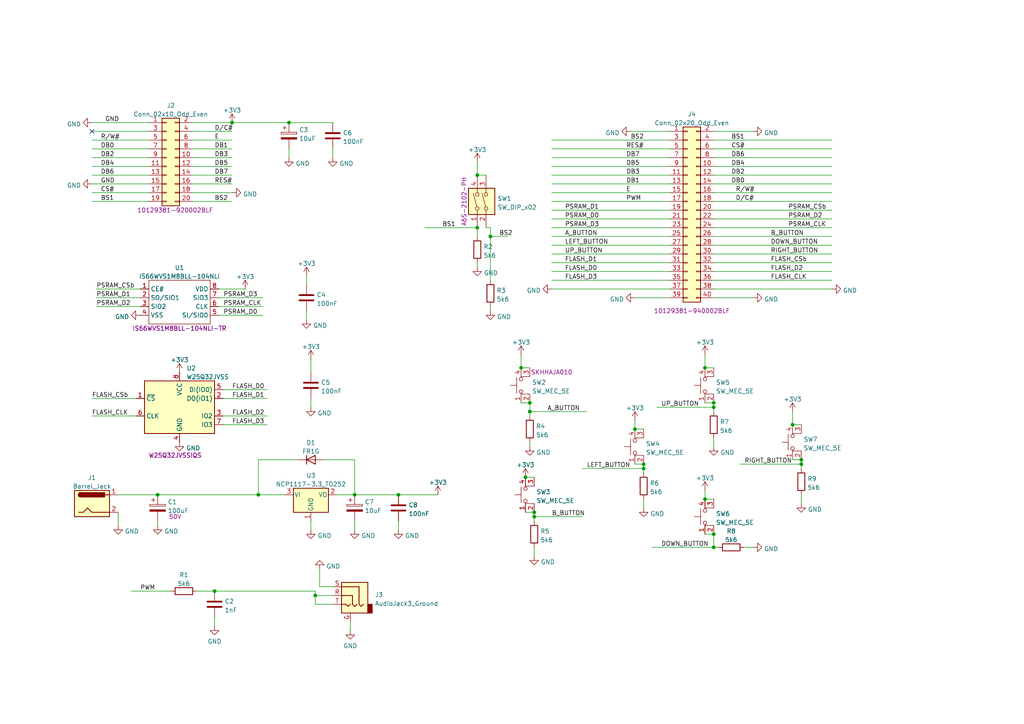
<source format=kicad_sch>
(kicad_sch (version 20211123) (generator eeschema)
  (paper "A4")
  (lib_symbols
    (symbol "Connector:AudioJack3_Ground"
      (property "Reference" "J" (at 0 8.89 0))
      (property "Value" "AudioJack3_Ground" (at 0 6.35 0))
      (symbol "AudioJack3_Ground_0_1"
        (rectangle (start -5.08 -2.54) (end -6.35 -5.08) (stroke (width 0.254)) (fill (type outline)))
        (polyline (pts (xy 0 -2.54) (xy 0.635 -3.175) (xy 1.27 -2.54) (xy 2.54 -2.54)) (stroke (width 0.254)))
        (polyline (pts (xy -1.905 -2.54) (xy -1.27 -3.175) (xy -0.635 -2.54) (xy -0.635 0) (xy 2.54 0)) (stroke (width 0.254)))
        (polyline (pts (xy 2.54 2.54) (xy -2.54 2.54) (xy -2.54 -2.54) (xy -3.175 -3.175) (xy -3.81 -2.54)) (stroke (width 0.254)))
        (rectangle (start 2.54 3.81) (end -5.08 -5.08) (stroke (width 0.254)) (fill (type background)))
      )
      (symbol "AudioJack3_Ground_1_1"
        (pin passive line (at 0 -7.62 90) (length 2.54) (name "~") (number "G"))
        (pin passive line (at 5.08 0 180) (length 2.54) (name "~") (number "R"))
        (pin passive line (at 5.08 2.54 180) (length 2.54) (name "~") (number "S"))
        (pin passive line (at 5.08 -2.54 180) (length 2.54) (name "~") (number "T"))
      )
    )
    (symbol "Connector:Barrel_Jack" (pin_names (offset 1.016))
      (property "Reference" "J" (at 0 5.334 0))
      (property "Value" "Barrel_Jack" (at 0 -5.08 0))
      (symbol "Barrel_Jack_0_1"
        (rectangle (start -5.08 3.81) (end 5.08 -3.81) (stroke (width 0.254)) (fill (type background)))
        (arc (start -3.302 3.175) (mid -3.937 2.54) (end -3.302 1.905) (stroke (width 0.254)))
        (arc (start -3.302 3.175) (mid -3.937 2.54) (end -3.302 1.905) (stroke (width 0.254)) (fill (type outline)))
        (polyline (pts (xy 5.08 2.54) (xy 3.81 2.54)) (stroke (width 0.254)))
        (polyline (pts (xy -3.81 -2.54) (xy -2.54 -2.54) (xy -1.27 -1.27) (xy 0 -2.54) (xy 2.54 -2.54) (xy 5.08 -2.54)) (stroke (width 0.254)))
        (rectangle (start 3.683 3.175) (end -3.302 1.905) (stroke (width 0.254)) (fill (type outline)))
      )
      (symbol "Barrel_Jack_1_1"
        (pin passive line (at 7.62 2.54 180) (length 2.54) (name "~") (number "1"))
        (pin passive line (at 7.62 -2.54 180) (length 2.54) (name "~") (number "2"))
      )
    )
    (symbol "Connector_Generic:Conn_02x10_Odd_Even" (pin_names (offset 1.016) hide)
      (property "Reference" "J" (at 1.27 12.7 0))
      (property "Value" "Conn_02x10_Odd_Even" (at 1.27 -15.24 0))
      (symbol "Conn_02x10_Odd_Even_1_1"
        (rectangle (start -1.27 -12.573) (end 0 -12.827) (stroke (width 0.1524)))
        (rectangle (start -1.27 -10.033) (end 0 -10.287) (stroke (width 0.1524)))
        (rectangle (start -1.27 -7.493) (end 0 -7.747) (stroke (width 0.1524)))
        (rectangle (start -1.27 -4.953) (end 0 -5.207) (stroke (width 0.1524)))
        (rectangle (start -1.27 -2.413) (end 0 -2.667) (stroke (width 0.1524)))
        (rectangle (start -1.27 0.127) (end 0 -0.127) (stroke (width 0.1524)))
        (rectangle (start -1.27 2.667) (end 0 2.413) (stroke (width 0.1524)))
        (rectangle (start -1.27 5.207) (end 0 4.953) (stroke (width 0.1524)))
        (rectangle (start -1.27 7.747) (end 0 7.493) (stroke (width 0.1524)))
        (rectangle (start -1.27 10.287) (end 0 10.033) (stroke (width 0.1524)))
        (rectangle (start -1.27 11.43) (end 3.81 -13.97) (stroke (width 0.254)) (fill (type background)))
        (rectangle (start 3.81 -12.573) (end 2.54 -12.827) (stroke (width 0.1524)))
        (rectangle (start 3.81 -10.033) (end 2.54 -10.287) (stroke (width 0.1524)))
        (rectangle (start 3.81 -7.493) (end 2.54 -7.747) (stroke (width 0.1524)))
        (rectangle (start 3.81 -4.953) (end 2.54 -5.207) (stroke (width 0.1524)))
        (rectangle (start 3.81 -2.413) (end 2.54 -2.667) (stroke (width 0.1524)))
        (rectangle (start 3.81 0.127) (end 2.54 -0.127) (stroke (width 0.1524)))
        (rectangle (start 3.81 2.667) (end 2.54 2.413) (stroke (width 0.1524)))
        (rectangle (start 3.81 5.207) (end 2.54 4.953) (stroke (width 0.1524)))
        (rectangle (start 3.81 7.747) (end 2.54 7.493) (stroke (width 0.1524)))
        (rectangle (start 3.81 10.287) (end 2.54 10.033) (stroke (width 0.1524)))
        (pin passive line (at -5.08 10.16 0) (length 3.81) (name "Pin_1") (number "1"))
        (pin passive line (at 7.62 0 180) (length 3.81) (name "Pin_10") (number "10"))
        (pin passive line (at -5.08 -2.54 0) (length 3.81) (name "Pin_11") (number "11"))
        (pin passive line (at 7.62 -2.54 180) (length 3.81) (name "Pin_12") (number "12"))
        (pin passive line (at -5.08 -5.08 0) (length 3.81) (name "Pin_13") (number "13"))
        (pin passive line (at 7.62 -5.08 180) (length 3.81) (name "Pin_14") (number "14"))
        (pin passive line (at -5.08 -7.62 0) (length 3.81) (name "Pin_15") (number "15"))
        (pin passive line (at 7.62 -7.62 180) (length 3.81) (name "Pin_16") (number "16"))
        (pin passive line (at -5.08 -10.16 0) (length 3.81) (name "Pin_17") (number "17"))
        (pin passive line (at 7.62 -10.16 180) (length 3.81) (name "Pin_18") (number "18"))
        (pin passive line (at -5.08 -12.7 0) (length 3.81) (name "Pin_19") (number "19"))
        (pin passive line (at 7.62 10.16 180) (length 3.81) (name "Pin_2") (number "2"))
        (pin passive line (at 7.62 -12.7 180) (length 3.81) (name "Pin_20") (number "20"))
        (pin passive line (at -5.08 7.62 0) (length 3.81) (name "Pin_3") (number "3"))
        (pin passive line (at 7.62 7.62 180) (length 3.81) (name "Pin_4") (number "4"))
        (pin passive line (at -5.08 5.08 0) (length 3.81) (name "Pin_5") (number "5"))
        (pin passive line (at 7.62 5.08 180) (length 3.81) (name "Pin_6") (number "6"))
        (pin passive line (at -5.08 2.54 0) (length 3.81) (name "Pin_7") (number "7"))
        (pin passive line (at 7.62 2.54 180) (length 3.81) (name "Pin_8") (number "8"))
        (pin passive line (at -5.08 0 0) (length 3.81) (name "Pin_9") (number "9"))
      )
    )
    (symbol "Connector_Generic:Conn_02x20_Odd_Even" (pin_names (offset 1.016) hide)
      (property "Reference" "J" (at 1.27 25.4 0))
      (property "Value" "Conn_02x20_Odd_Even" (at 1.27 -27.94 0))
      (symbol "Conn_02x20_Odd_Even_1_1"
        (rectangle (start -1.27 -25.273) (end 0 -25.527) (stroke (width 0.1524)))
        (rectangle (start -1.27 -22.733) (end 0 -22.987) (stroke (width 0.1524)))
        (rectangle (start -1.27 -20.193) (end 0 -20.447) (stroke (width 0.1524)))
        (rectangle (start -1.27 -17.653) (end 0 -17.907) (stroke (width 0.1524)))
        (rectangle (start -1.27 -15.113) (end 0 -15.367) (stroke (width 0.1524)))
        (rectangle (start -1.27 -12.573) (end 0 -12.827) (stroke (width 0.1524)))
        (rectangle (start -1.27 -10.033) (end 0 -10.287) (stroke (width 0.1524)))
        (rectangle (start -1.27 -7.493) (end 0 -7.747) (stroke (width 0.1524)))
        (rectangle (start -1.27 -4.953) (end 0 -5.207) (stroke (width 0.1524)))
        (rectangle (start -1.27 -2.413) (end 0 -2.667) (stroke (width 0.1524)))
        (rectangle (start -1.27 0.127) (end 0 -0.127) (stroke (width 0.1524)))
        (rectangle (start -1.27 2.667) (end 0 2.413) (stroke (width 0.1524)))
        (rectangle (start -1.27 5.207) (end 0 4.953) (stroke (width 0.1524)))
        (rectangle (start -1.27 7.747) (end 0 7.493) (stroke (width 0.1524)))
        (rectangle (start -1.27 10.287) (end 0 10.033) (stroke (width 0.1524)))
        (rectangle (start -1.27 12.827) (end 0 12.573) (stroke (width 0.1524)))
        (rectangle (start -1.27 15.367) (end 0 15.113) (stroke (width 0.1524)))
        (rectangle (start -1.27 17.907) (end 0 17.653) (stroke (width 0.1524)))
        (rectangle (start -1.27 20.447) (end 0 20.193) (stroke (width 0.1524)))
        (rectangle (start -1.27 22.987) (end 0 22.733) (stroke (width 0.1524)))
        (rectangle (start -1.27 24.13) (end 3.81 -26.67) (stroke (width 0.254)) (fill (type background)))
        (rectangle (start 3.81 -25.273) (end 2.54 -25.527) (stroke (width 0.1524)))
        (rectangle (start 3.81 -22.733) (end 2.54 -22.987) (stroke (width 0.1524)))
        (rectangle (start 3.81 -20.193) (end 2.54 -20.447) (stroke (width 0.1524)))
        (rectangle (start 3.81 -17.653) (end 2.54 -17.907) (stroke (width 0.1524)))
        (rectangle (start 3.81 -15.113) (end 2.54 -15.367) (stroke (width 0.1524)))
        (rectangle (start 3.81 -12.573) (end 2.54 -12.827) (stroke (width 0.1524)))
        (rectangle (start 3.81 -10.033) (end 2.54 -10.287) (stroke (width 0.1524)))
        (rectangle (start 3.81 -7.493) (end 2.54 -7.747) (stroke (width 0.1524)))
        (rectangle (start 3.81 -4.953) (end 2.54 -5.207) (stroke (width 0.1524)))
        (rectangle (start 3.81 -2.413) (end 2.54 -2.667) (stroke (width 0.1524)))
        (rectangle (start 3.81 0.127) (end 2.54 -0.127) (stroke (width 0.1524)))
        (rectangle (start 3.81 2.667) (end 2.54 2.413) (stroke (width 0.1524)))
        (rectangle (start 3.81 5.207) (end 2.54 4.953) (stroke (width 0.1524)))
        (rectangle (start 3.81 7.747) (end 2.54 7.493) (stroke (width 0.1524)))
        (rectangle (start 3.81 10.287) (end 2.54 10.033) (stroke (width 0.1524)))
        (rectangle (start 3.81 12.827) (end 2.54 12.573) (stroke (width 0.1524)))
        (rectangle (start 3.81 15.367) (end 2.54 15.113) (stroke (width 0.1524)))
        (rectangle (start 3.81 17.907) (end 2.54 17.653) (stroke (width 0.1524)))
        (rectangle (start 3.81 20.447) (end 2.54 20.193) (stroke (width 0.1524)))
        (rectangle (start 3.81 22.987) (end 2.54 22.733) (stroke (width 0.1524)))
        (pin passive line (at -5.08 22.86 0) (length 3.81) (name "Pin_1") (number "1"))
        (pin passive line (at 7.62 12.7 180) (length 3.81) (name "Pin_10") (number "10"))
        (pin passive line (at -5.08 10.16 0) (length 3.81) (name "Pin_11") (number "11"))
        (pin passive line (at 7.62 10.16 180) (length 3.81) (name "Pin_12") (number "12"))
        (pin passive line (at -5.08 7.62 0) (length 3.81) (name "Pin_13") (number "13"))
        (pin passive line (at 7.62 7.62 180) (length 3.81) (name "Pin_14") (number "14"))
        (pin passive line (at -5.08 5.08 0) (length 3.81) (name "Pin_15") (number "15"))
        (pin passive line (at 7.62 5.08 180) (length 3.81) (name "Pin_16") (number "16"))
        (pin passive line (at -5.08 2.54 0) (length 3.81) (name "Pin_17") (number "17"))
        (pin passive line (at 7.62 2.54 180) (length 3.81) (name "Pin_18") (number "18"))
        (pin passive line (at -5.08 0 0) (length 3.81) (name "Pin_19") (number "19"))
        (pin passive line (at 7.62 22.86 180) (length 3.81) (name "Pin_2") (number "2"))
        (pin passive line (at 7.62 0 180) (length 3.81) (name "Pin_20") (number "20"))
        (pin passive line (at -5.08 -2.54 0) (length 3.81) (name "Pin_21") (number "21"))
        (pin passive line (at 7.62 -2.54 180) (length 3.81) (name "Pin_22") (number "22"))
        (pin passive line (at -5.08 -5.08 0) (length 3.81) (name "Pin_23") (number "23"))
        (pin passive line (at 7.62 -5.08 180) (length 3.81) (name "Pin_24") (number "24"))
        (pin passive line (at -5.08 -7.62 0) (length 3.81) (name "Pin_25") (number "25"))
        (pin passive line (at 7.62 -7.62 180) (length 3.81) (name "Pin_26") (number "26"))
        (pin passive line (at -5.08 -10.16 0) (length 3.81) (name "Pin_27") (number "27"))
        (pin passive line (at 7.62 -10.16 180) (length 3.81) (name "Pin_28") (number "28"))
        (pin passive line (at -5.08 -12.7 0) (length 3.81) (name "Pin_29") (number "29"))
        (pin passive line (at -5.08 20.32 0) (length 3.81) (name "Pin_3") (number "3"))
        (pin passive line (at 7.62 -12.7 180) (length 3.81) (name "Pin_30") (number "30"))
        (pin passive line (at -5.08 -15.24 0) (length 3.81) (name "Pin_31") (number "31"))
        (pin passive line (at 7.62 -15.24 180) (length 3.81) (name "Pin_32") (number "32"))
        (pin passive line (at -5.08 -17.78 0) (length 3.81) (name "Pin_33") (number "33"))
        (pin passive line (at 7.62 -17.78 180) (length 3.81) (name "Pin_34") (number "34"))
        (pin passive line (at -5.08 -20.32 0) (length 3.81) (name "Pin_35") (number "35"))
        (pin passive line (at 7.62 -20.32 180) (length 3.81) (name "Pin_36") (number "36"))
        (pin passive line (at -5.08 -22.86 0) (length 3.81) (name "Pin_37") (number "37"))
        (pin passive line (at 7.62 -22.86 180) (length 3.81) (name "Pin_38") (number "38"))
        (pin passive line (at -5.08 -25.4 0) (length 3.81) (name "Pin_39") (number "39"))
        (pin passive line (at 7.62 20.32 180) (length 3.81) (name "Pin_4") (number "4"))
        (pin passive line (at 7.62 -25.4 180) (length 3.81) (name "Pin_40") (number "40"))
        (pin passive line (at -5.08 17.78 0) (length 3.81) (name "Pin_5") (number "5"))
        (pin passive line (at 7.62 17.78 180) (length 3.81) (name "Pin_6") (number "6"))
        (pin passive line (at -5.08 15.24 0) (length 3.81) (name "Pin_7") (number "7"))
        (pin passive line (at 7.62 15.24 180) (length 3.81) (name "Pin_8") (number "8"))
        (pin passive line (at -5.08 12.7 0) (length 3.81) (name "Pin_9") (number "9"))
      )
    )
    (symbol "Device:C" (pin_numbers hide) (pin_names (offset 0.254))
      (property "Reference" "C" (at 0.635 2.54 0))
      (property "Value" "C" (at 0.635 -2.54 0))
      (symbol "C_0_1"
        (polyline (pts (xy -2.032 -0.762) (xy 2.032 -0.762)) (stroke (width 0.508)))
        (polyline (pts (xy -2.032 0.762) (xy 2.032 0.762)) (stroke (width 0.508)))
      )
      (symbol "C_1_1"
        (pin passive line (at 0 3.81 270) (length 2.794) (name "~") (number "1"))
        (pin passive line (at 0 -3.81 90) (length 2.794) (name "~") (number "2"))
      )
    )
    (symbol "Device:C_Polarized" (pin_numbers hide) (pin_names (offset 0.254))
      (property "Reference" "C" (at 0.635 2.54 0))
      (property "Value" "C_Polarized" (at 0.635 -2.54 0))
      (symbol "C_Polarized_0_1"
        (rectangle (start -2.286 0.508) (end 2.286 1.016))
        (polyline (pts (xy -1.778 2.286) (xy -0.762 2.286)))
        (polyline (pts (xy -1.27 2.794) (xy -1.27 1.778)))
        (rectangle (start 2.286 -0.508) (end -2.286 -1.016) (fill (type outline)))
      )
      (symbol "C_Polarized_1_1"
        (pin passive line (at 0 3.81 270) (length 2.794) (name "~") (number "1"))
        (pin passive line (at 0 -3.81 90) (length 2.794) (name "~") (number "2"))
      )
    )
    (symbol "Device:R" (pin_numbers hide) (pin_names (offset 0))
      (property "Reference" "R" (at 2.032 0 90))
      (property "Value" "R" (at 0 0 90))
      (symbol "R_0_1"
        (rectangle (start -1.016 -2.54) (end 1.016 2.54) (stroke (width 0.254)))
      )
      (symbol "R_1_1"
        (pin passive line (at 0 3.81 270) (length 1.27) (name "~") (number "1"))
        (pin passive line (at 0 -3.81 90) (length 1.27) (name "~") (number "2"))
      )
    )
    (symbol "Diode:1N4004" (pin_numbers hide) (pin_names (offset 1.016) hide)
      (property "Reference" "D" (at 0 2.54 0))
      (property "Value" "1N4004" (at 0 -2.54 0))
      (symbol "1N4004_0_1"
        (polyline (pts (xy -1.27 1.27) (xy -1.27 -1.27)) (stroke (width 0.254)))
        (polyline (pts (xy 1.27 0) (xy -1.27 0)))
        (polyline (pts (xy 1.27 1.27) (xy 1.27 -1.27) (xy -1.27 0) (xy 1.27 1.27)) (stroke (width 0.254)))
      )
      (symbol "1N4004_1_1"
        (pin passive line (at -3.81 0 0) (length 2.54) (name "K") (number "1"))
        (pin passive line (at 3.81 0 180) (length 2.54) (name "A") (number "2"))
      )
    )
    (symbol "Memory_Flash:W25Q32JVSS"
      (property "Reference" "U" (at -8.89 8.89 0))
      (property "Value" "W25Q32JVSS" (at 7.62 8.89 0))
      (symbol "W25Q32JVSS_0_1"
        (rectangle (start -10.16 7.62) (end 10.16 -7.62) (stroke (width 0.254)) (fill (type background)))
      )
      (symbol "W25Q32JVSS_1_1"
        (pin input line (at -12.7 2.54 0) (length 2.54) (name "~{CS}") (number "1"))
        (pin bidirectional line (at 12.7 2.54 180) (length 2.54) (name "DO(IO1)") (number "2"))
        (pin bidirectional line (at 12.7 -2.54 180) (length 2.54) (name "IO2") (number "3"))
        (pin power_in line (at 0 -10.16 90) (length 2.54) (name "GND") (number "4"))
        (pin bidirectional line (at 12.7 5.08 180) (length 2.54) (name "DI(IO0)") (number "5"))
        (pin input line (at -12.7 -2.54 0) (length 2.54) (name "CLK") (number "6"))
        (pin bidirectional line (at 12.7 -5.08 180) (length 2.54) (name "IO3") (number "7"))
        (pin power_in line (at 0 10.16 270) (length 2.54) (name "VCC") (number "8"))
      )
    )
    (symbol "OLED:IS66WVS1M8BLL-104NLI"
      (property "Reference" "U" (at 5.08 7.62 0))
      (property "Value" "IS66WVS1M8BLL-104NLI" (at -1.27 10.16 0))
      (symbol "IS66WVS1M8BLL-104NLI_0_1"
        (rectangle (start -8.89 6.35) (end 8.89 -6.35) (stroke (width 0.1524)))
      )
      (symbol "IS66WVS1M8BLL-104NLI_1_1"
        (pin passive line (at -11.43 3.81 0) (length 2.54) (name "CE#") (number "1"))
        (pin passive line (at -11.43 1.27 0) (length 2.54) (name "SO/SIO1") (number "2"))
        (pin passive line (at -11.43 -1.27 0) (length 2.54) (name "SIO2") (number "3"))
        (pin passive line (at -11.43 -3.81 0) (length 2.54) (name "VSS") (number "4"))
        (pin passive line (at 11.43 -3.81 180) (length 2.54) (name "SI/SIO0") (number "5"))
        (pin passive line (at 11.43 -1.27 180) (length 2.54) (name "CLK") (number "6"))
        (pin passive line (at 11.43 1.27 180) (length 2.54) (name "SIO3") (number "7"))
        (pin passive line (at 11.43 3.81 180) (length 2.54) (name "VDD") (number "8"))
      )
    )
    (symbol "Regulator_Linear:NCP1117-3.3_TO252" (pin_names (offset 0.254))
      (property "Reference" "U" (at -3.81 3.175 0))
      (property "Value" "NCP1117-3.3_TO252" (at 0 3.175 0))
      (symbol "NCP1117-3.3_TO252_0_1"
        (rectangle (start -5.08 1.905) (end 5.08 -5.08) (stroke (width 0.254)) (fill (type background)))
      )
      (symbol "NCP1117-3.3_TO252_1_1"
        (pin power_in line (at 0 -7.62 90) (length 2.54) (name "GND") (number "1"))
        (pin power_out line (at 7.62 0 180) (length 2.54) (name "VO") (number "2"))
        (pin power_in line (at -7.62 0 0) (length 2.54) (name "VI") (number "3"))
      )
    )
    (symbol "Switch:SW_DIP_x02" (pin_names (offset 0) hide)
      (property "Reference" "SW" (at 0 6.35 0))
      (property "Value" "SW_DIP_x02" (at 0 -3.81 0))
      (symbol "SW_DIP_x02_0_0"
        (circle (center -2.032 0) (radius 0.508))
        (circle (center -2.032 2.54) (radius 0.508))
        (polyline (pts (xy -1.524 0.127) (xy 2.3622 1.1684)))
        (polyline (pts (xy -1.524 2.667) (xy 2.3622 3.7084)))
        (circle (center 2.032 0) (radius 0.508))
        (circle (center 2.032 2.54) (radius 0.508))
      )
      (symbol "SW_DIP_x02_0_1"
        (rectangle (start -3.81 5.08) (end 3.81 -2.54) (stroke (width 0.254)) (fill (type background)))
      )
      (symbol "SW_DIP_x02_1_1"
        (pin passive line (at -7.62 2.54 0) (length 5.08) (name "~") (number "1"))
        (pin passive line (at -7.62 0 0) (length 5.08) (name "~") (number "2"))
        (pin passive line (at 7.62 0 180) (length 5.08) (name "~") (number "3"))
        (pin passive line (at 7.62 2.54 180) (length 5.08) (name "~") (number "4"))
      )
    )
    (symbol "Switch:SW_MEC_5E" (pin_names (offset 1.016) hide)
      (property "Reference" "SW" (at 0.635 5.715 0))
      (property "Value" "SW_MEC_5E" (at 0 -3.175 0))
      (symbol "SW_MEC_5E_0_1"
        (circle (center -1.778 2.54) (radius 0.508))
        (polyline (pts (xy -2.286 3.81) (xy 2.286 3.81)))
        (polyline (pts (xy 0 3.81) (xy 0 5.588)))
        (polyline (pts (xy -2.54 0) (xy -2.54 2.54) (xy -2.286 2.54)))
        (polyline (pts (xy 2.54 0) (xy 2.54 2.54) (xy 2.286 2.54)))
        (circle (center 1.778 2.54) (radius 0.508))
        (pin passive line (at -5.08 2.54 0) (length 2.54) (name "1") (number "1"))
        (pin passive line (at -5.08 0 0) (length 2.54) (name "2") (number "2"))
        (pin passive line (at 5.08 0 180) (length 2.54) (name "K") (number "3"))
        (pin passive line (at 5.08 2.54 180) (length 2.54) (name "A") (number "4"))
      )
    )
    (symbol "power:+3.3V" (power) (pin_names (offset 0))
      (property "Value" "+3.3V" (at 0 3.556 0))
      (symbol "+3.3V_0_1"
        (polyline (pts (xy -0.762 1.27) (xy 0 2.54)))
        (polyline (pts (xy 0 0) (xy 0 2.54)))
        (polyline (pts (xy 0 2.54) (xy 0.762 1.27)))
      )
      (symbol "+3.3V_1_1"
        (pin power_in line (at 0 0 90) (length 0) hide (name "+3V3") (number "1"))
      )
    )
    (symbol "power:GND" (power) (pin_names (offset 0))
      (property "Value" "GND" (at 0 -3.81 0))
      (symbol "GND_0_1"
        (polyline (pts (xy 0 0) (xy 0 -1.27) (xy 1.27 -1.27) (xy 0 -2.54) (xy -1.27 -1.27) (xy 0 -1.27)))
      )
      (symbol "GND_1_1"
        (pin power_in line (at 0 0 270) (length 0) hide (name "GND") (number "1"))
      )
    )
  )
  (junction (at 45.72 143.51))
  (junction (at 91.44 172.72))
  (junction (at 229.87 123.19))
  (junction (at 204.47 144.78))
  (junction (at 186.69 134.62))
  (junction (at 204.47 106.68))
  (junction (at 184.15 124.46))
  (junction (at 207.01 118.11))
  (junction (at 154.94 148.59))
  (junction (at 186.69 135.89))
  (junction (at 74.93 143.51))
  (junction (at 152.4 138.43))
  (junction (at 153.67 119.38))
  (junction (at 153.67 116.84))
  (junction (at 232.41 134.62))
  (junction (at 138.43 66.04))
  (junction (at 207.01 116.84))
  (junction (at 154.94 149.86))
  (junction (at 102.87 143.51))
  (junction (at 83.82 35.56))
  (junction (at 207.01 158.75))
  (junction (at 138.43 50.8))
  (junction (at 115.57 143.51))
  (junction (at 62.23 171.45))
  (junction (at 67.31 35.56))
  (junction (at 232.41 133.35))
  (junction (at 207.01 154.94))
  (junction (at 142.24 68.58))
  (junction (at 151.13 106.68))
  (no_connect (at 26.67 38.1))
  (wire (pts (xy 83.82 35.56) (xy 96.52 35.56)))
  (wire (pts (xy 26.67 55.88) (xy 43.18 55.88)))
  (wire (pts (xy 218.44 38.1) (xy 207.01 38.1)))
  (wire (pts (xy 160.02 81.28) (xy 194.31 81.28)))
  (wire (pts (xy 186.69 144.78) (xy 186.69 147.32)))
  (wire (pts (xy 91.44 175.26) (xy 91.44 172.72)))
  (wire (pts (xy 204.47 154.94) (xy 207.01 154.94)))
  (wire (pts (xy 102.87 133.35) (xy 102.87 143.51)))
  (wire (pts (xy 186.69 135.89) (xy 186.69 137.16)))
  (wire (pts (xy 138.43 46.99) (xy 138.43 50.8)))
  (wire (pts (xy 151.13 106.68) (xy 153.67 106.68)))
  (wire (pts (xy 83.82 43.18) (xy 83.82 45.72)))
  (wire (pts (xy 207.01 58.42) (xy 241.3 58.42)))
  (wire (pts (xy 27.94 88.9) (xy 40.64 88.9)))
  (wire (pts (xy 207.01 116.84) (xy 207.01 118.11)))
  (wire (pts (xy 160.02 58.42) (xy 194.31 58.42)))
  (wire (pts (xy 55.88 53.34) (xy 67.31 53.34)))
  (wire (pts (xy 160.02 40.64) (xy 194.31 40.64)))
  (wire (pts (xy 229.87 133.35) (xy 232.41 133.35)))
  (wire (pts (xy 151.13 102.87) (xy 151.13 106.68)))
  (wire (pts (xy 90.17 115.57) (xy 90.17 118.11)))
  (wire (pts (xy 64.77 113.03) (xy 77.47 113.03)))
  (wire (pts (xy 194.31 45.72) (xy 160.02 45.72)))
  (wire (pts (xy 218.44 86.36) (xy 207.01 86.36)))
  (wire (pts (xy 204.47 142.24) (xy 204.47 144.78)))
  (wire (pts (xy 62.23 171.45) (xy 91.44 171.45)))
  (wire (pts (xy 182.88 38.1) (xy 194.31 38.1)))
  (wire (pts (xy 96.52 43.18) (xy 96.52 45.72)))
  (wire (pts (xy 64.77 120.65) (xy 77.47 120.65)))
  (wire (pts (xy 153.67 116.84) (xy 153.67 119.38)))
  (wire (pts (xy 153.67 119.38) (xy 153.67 120.65)))
  (wire (pts (xy 38.1 171.45) (xy 49.53 171.45)))
  (wire (pts (xy 55.88 48.26) (xy 67.31 48.26)))
  (wire (pts (xy 63.5 88.9) (xy 76.2 88.9)))
  (wire (pts (xy 232.41 134.62) (xy 232.41 135.89)))
  (wire (pts (xy 26.67 35.56) (xy 43.18 35.56)))
  (wire (pts (xy 204.47 116.84) (xy 207.01 116.84)))
  (wire (pts (xy 207.01 55.88) (xy 241.3 55.88)))
  (wire (pts (xy 153.67 119.38) (xy 170.18 119.38)))
  (wire (pts (xy 160.02 66.04) (xy 194.31 66.04)))
  (wire (pts (xy 26.67 53.34) (xy 43.18 53.34)))
  (wire (pts (xy 168.91 135.89) (xy 186.69 135.89)))
  (wire (pts (xy 207.01 78.74) (xy 241.3 78.74)))
  (wire (pts (xy 194.31 76.2) (xy 160.02 76.2)))
  (wire (pts (xy 64.77 115.57) (xy 77.47 115.57)))
  (wire (pts (xy 215.9 158.75) (xy 218.44 158.75)))
  (wire (pts (xy 102.87 143.51) (xy 115.57 143.51)))
  (wire (pts (xy 67.31 35.56) (xy 83.82 35.56)))
  (wire (pts (xy 208.28 158.75) (xy 207.01 158.75)))
  (wire (pts (xy 96.52 175.26) (xy 91.44 175.26)))
  (wire (pts (xy 27.94 86.36) (xy 40.64 86.36)))
  (wire (pts (xy 241.3 68.58) (xy 207.01 68.58)))
  (wire (pts (xy 151.13 116.84) (xy 153.67 116.84)))
  (wire (pts (xy 138.43 66.04) (xy 138.43 68.58)))
  (wire (pts (xy 63.5 83.82) (xy 71.12 83.82)))
  (wire (pts (xy 88.9 90.17) (xy 88.9 92.71)))
  (wire (pts (xy 96.52 170.18) (xy 92.71 170.18)))
  (wire (pts (xy 229.87 119.38) (xy 229.87 123.19)))
  (wire (pts (xy 154.94 158.75) (xy 154.94 161.29)))
  (wire (pts (xy 241.3 60.96) (xy 207.01 60.96)))
  (wire (pts (xy 86.36 133.35) (xy 74.93 133.35)))
  (wire (pts (xy 26.67 45.72) (xy 43.18 45.72)))
  (wire (pts (xy 207.01 154.94) (xy 207.01 158.75)))
  (wire (pts (xy 45.72 143.51) (xy 74.93 143.51)))
  (wire (pts (xy 214.63 134.62) (xy 232.41 134.62)))
  (wire (pts (xy 93.98 133.35) (xy 102.87 133.35)))
  (wire (pts (xy 190.5 118.11) (xy 207.01 118.11)))
  (wire (pts (xy 194.31 60.96) (xy 160.02 60.96)))
  (wire (pts (xy 101.6 180.34) (xy 101.6 182.88)))
  (wire (pts (xy 207.01 43.18) (xy 241.3 43.18)))
  (wire (pts (xy 55.88 50.8) (xy 67.31 50.8)))
  (wire (pts (xy 207.01 127) (xy 207.01 129.54)))
  (wire (pts (xy 204.47 102.87) (xy 204.47 106.68)))
  (wire (pts (xy 232.41 143.51) (xy 232.41 146.05)))
  (wire (pts (xy 63.5 91.44) (xy 76.2 91.44)))
  (wire (pts (xy 207.01 63.5) (xy 241.3 63.5)))
  (wire (pts (xy 55.88 38.1) (xy 67.31 38.1)))
  (wire (pts (xy 55.88 43.18) (xy 67.31 43.18)))
  (wire (pts (xy 34.29 143.51) (xy 45.72 143.51)))
  (wire (pts (xy 74.93 143.51) (xy 82.55 143.51)))
  (wire (pts (xy 189.23 158.75) (xy 207.01 158.75)))
  (wire (pts (xy 138.43 50.8) (xy 140.97 50.8)))
  (wire (pts (xy 160.02 78.74) (xy 194.31 78.74)))
  (wire (pts (xy 241.3 83.82) (xy 207.01 83.82)))
  (wire (pts (xy 97.79 143.51) (xy 102.87 143.51)))
  (wire (pts (xy 62.23 179.07) (xy 62.23 181.61)))
  (wire (pts (xy 186.69 134.62) (xy 186.69 135.89)))
  (wire (pts (xy 204.47 106.68) (xy 207.01 106.68)))
  (wire (pts (xy 63.5 86.36) (xy 76.2 86.36)))
  (wire (pts (xy 154.94 149.86) (xy 168.91 149.86)))
  (wire (pts (xy 26.67 120.65) (xy 39.37 120.65)))
  (wire (pts (xy 90.17 104.14) (xy 90.17 107.95)))
  (wire (pts (xy 160.02 43.18) (xy 194.31 43.18)))
  (wire (pts (xy 184.15 134.62) (xy 186.69 134.62)))
  (wire (pts (xy 64.77 123.19) (xy 77.47 123.19)))
  (wire (pts (xy 45.72 151.13) (xy 45.72 152.4)))
  (wire (pts (xy 184.15 121.92) (xy 184.15 124.46)))
  (wire (pts (xy 115.57 143.51) (xy 127 143.51)))
  (wire (pts (xy 34.29 148.59) (xy 34.29 152.4)))
  (wire (pts (xy 88.9 80.01) (xy 88.9 82.55)))
  (wire (pts (xy 57.15 171.45) (xy 62.23 171.45)))
  (wire (pts (xy 123.19 66.04) (xy 138.43 66.04)))
  (wire (pts (xy 92.71 165.1) (xy 92.71 170.18)))
  (wire (pts (xy 207.01 118.11) (xy 207.01 119.38)))
  (wire (pts (xy 229.87 123.19) (xy 232.41 123.19)))
  (wire (pts (xy 160.02 48.26) (xy 194.31 48.26)))
  (wire (pts (xy 138.43 76.2) (xy 138.43 77.47)))
  (wire (pts (xy 207.01 40.64) (xy 241.3 40.64)))
  (wire (pts (xy 204.47 144.78) (xy 207.01 144.78)))
  (wire (pts (xy 74.93 133.35) (xy 74.93 143.51)))
  (wire (pts (xy 55.88 40.64) (xy 67.31 40.64)))
  (wire (pts (xy 241.3 53.34) (xy 207.01 53.34)))
  (wire (pts (xy 194.31 83.82) (xy 160.02 83.82)))
  (wire (pts (xy 241.3 45.72) (xy 207.01 45.72)))
  (wire (pts (xy 115.57 151.13) (xy 115.57 153.67)))
  (wire (pts (xy 55.88 35.56) (xy 67.31 35.56)))
  (wire (pts (xy 160.02 55.88) (xy 194.31 55.88)))
  (wire (pts (xy 154.94 149.86) (xy 154.94 151.13)))
  (wire (pts (xy 207.01 71.12) (xy 241.3 71.12)))
  (wire (pts (xy 207.01 81.28) (xy 241.3 81.28)))
  (wire (pts (xy 26.67 43.18) (xy 43.18 43.18)))
  (wire (pts (xy 194.31 53.34) (xy 160.02 53.34)))
  (wire (pts (xy 26.67 50.8) (xy 43.18 50.8)))
  (wire (pts (xy 153.67 129.54) (xy 153.67 128.27)))
  (wire (pts (xy 184.15 86.36) (xy 194.31 86.36)))
  (wire (pts (xy 160.02 73.66) (xy 194.31 73.66)))
  (wire (pts (xy 207.01 50.8) (xy 241.3 50.8)))
  (wire (pts (xy 55.88 55.88) (xy 67.31 55.88)))
  (wire (pts (xy 26.67 38.1) (xy 43.18 38.1)))
  (wire (pts (xy 152.4 148.59) (xy 154.94 148.59)))
  (wire (pts (xy 55.88 45.72) (xy 67.31 45.72)))
  (wire (pts (xy 160.02 63.5) (xy 194.31 63.5)))
  (wire (pts (xy 194.31 68.58) (xy 160.02 68.58)))
  (wire (pts (xy 96.52 172.72) (xy 91.44 172.72)))
  (wire (pts (xy 207.01 48.26) (xy 241.3 48.26)))
  (wire (pts (xy 232.41 133.35) (xy 232.41 134.62)))
  (wire (pts (xy 26.67 48.26) (xy 43.18 48.26)))
  (wire (pts (xy 207.01 73.66) (xy 241.3 73.66)))
  (wire (pts (xy 27.94 83.82) (xy 40.64 83.82)))
  (wire (pts (xy 142.24 66.04) (xy 140.97 66.04)))
  (wire (pts (xy 184.15 124.46) (xy 186.69 124.46)))
  (wire (pts (xy 55.88 58.42) (xy 67.31 58.42)))
  (wire (pts (xy 91.44 172.72) (xy 91.44 171.45)))
  (wire (pts (xy 142.24 68.58) (xy 142.24 81.28)))
  (wire (pts (xy 241.3 76.2) (xy 207.01 76.2)))
  (wire (pts (xy 154.94 148.59) (xy 154.94 149.86)))
  (wire (pts (xy 160.02 71.12) (xy 194.31 71.12)))
  (wire (pts (xy 26.67 58.42) (xy 43.18 58.42)))
  (wire (pts (xy 142.24 68.58) (xy 147.32 68.58)))
  (wire (pts (xy 26.67 40.64) (xy 43.18 40.64)))
  (wire (pts (xy 207.01 66.04) (xy 241.3 66.04)))
  (wire (pts (xy 152.4 138.43) (xy 154.94 138.43)))
  (wire (pts (xy 26.67 115.57) (xy 39.37 115.57)))
  (wire (pts (xy 142.24 88.9) (xy 142.24 90.17)))
  (wire (pts (xy 160.02 50.8) (xy 194.31 50.8)))
  (wire (pts (xy 142.24 66.04) (xy 142.24 68.58)))
  (wire (pts (xy 102.87 151.13) (xy 102.87 153.67)))
  (wire (pts (xy 90.17 151.13) (xy 90.17 153.67)))
  (label "RES#" (at 62.23 53.34 0))
  (label "LEFT_BUTTON" (at 170.18 135.89 0))
  (label "E" (at 62.23 40.64 0))
  (label "PSRAM_D2" (at 27.94 88.9 0))
  (label "UP_BUTTON" (at 163.83 73.66 0))
  (label "FLASH_D0" (at 67.31 113.03 0))
  (label "FLASH_D0" (at 163.83 78.74 0))
  (label "PSRAM_CLK" (at 228.6 66.04 0))
  (label "FLASH_D3" (at 163.83 81.28 0))
  (label "GND" (at 30.48 35.56 0))
  (label "PSRAM_D1" (at 163.83 60.96 0))
  (label "A_BUTTON" (at 163.83 68.58 0))
  (label "R{slash}W#" (at 29.21 40.64 0))
  (label "FLASH_D3" (at 67.31 123.19 0))
  (label "D{slash}C#" (at 62.23 38.1 0))
  (label "B_BUTTON" (at 223.52 68.58 0))
  (label "R{slash}W#" (at 213.36 55.88 0))
  (label "RIGHT_BUTTON" (at 215.9 134.62 0))
  (label "PSRAM_D2" (at 228.6 63.5 0))
  (label "BS2" (at 144.78 68.58 0))
  (label "DB4" (at 212.09 48.26 0))
  (label "PWM" (at 181.61 58.42 0))
  (label "PSRAM_CSb" (at 27.94 83.82 0))
  (label "PSRAM_D0" (at 163.83 63.5 0))
  (label "RIGHT_BUTTON" (at 223.52 73.66 0))
  (label "PSRAM_D0" (at 64.77 91.44 0))
  (label "GND" (at 29.21 53.34 0))
  (label "BS1" (at 128.27 66.04 0))
  (label "FLASH_CLK" (at 223.52 81.28 0))
  (label "DB7" (at 181.61 45.72 0))
  (label "RES#" (at 181.61 43.18 0))
  (label "DOWN_BUTTON" (at 223.52 71.12 0))
  (label "DB7" (at 62.23 50.8 0))
  (label "DB1" (at 181.61 53.34 0))
  (label "PSRAM_CLK" (at 64.77 88.9 0))
  (label "FLASH_D1" (at 163.83 76.2 0))
  (label "FLASH_CSb" (at 26.67 115.57 0))
  (label "PSRAM_D3" (at 163.83 66.04 0))
  (label "E" (at 181.61 55.88 0))
  (label "PSRAM_D3" (at 64.77 86.36 0))
  (label "FLASH_D1" (at 67.31 115.57 0))
  (label "DB2" (at 29.21 45.72 0))
  (label "D{slash}C#" (at 213.36 58.42 0))
  (label "DB3" (at 62.23 45.72 0))
  (label "PWM" (at 40.64 171.45 0))
  (label "A_BUTTON" (at 158.75 119.38 0))
  (label "FLASH_D2" (at 67.31 120.65 0))
  (label "DB6" (at 29.21 50.8 0))
  (label "BS1" (at 212.09 40.64 0))
  (label "DB0" (at 29.21 43.18 0))
  (label "UP_BUTTON" (at 191.77 118.11 0))
  (label "DB2" (at 212.09 50.8 0))
  (label "DB5" (at 62.23 48.26 0))
  (label "FLASH_CLK" (at 26.67 120.65 0))
  (label "B_BUTTON" (at 160.02 149.86 0))
  (label "FLASH_D2" (at 223.52 78.74 0))
  (label "DB5" (at 181.61 48.26 0))
  (label "DB1" (at 62.23 43.18 0))
  (label "CS#" (at 212.09 43.18 0))
  (label "DB0" (at 212.09 53.34 0))
  (label "DB6" (at 212.09 45.72 0))
  (label "CS#" (at 29.21 55.88 0))
  (label "DOWN_BUTTON" (at 191.77 158.75 0))
  (label "LEFT_BUTTON" (at 163.83 71.12 0))
  (label "FLASH_CSb" (at 223.52 76.2 0))
  (label "BS2" (at 182.88 40.64 0))
  (label "DB4" (at 29.21 48.26 0))
  (label "BS2" (at 62.23 58.42 0))
  (label "PSRAM_CSb" (at 228.6 60.96 0))
  (label "PSRAM_D1" (at 27.94 86.36 0))
  (label "DB3" (at 181.61 50.8 0))
  (label "BS1" (at 29.21 58.42 0))
  (symbol (lib_id "power:GND") (at 184.15 86.36 270) (unit 1)
    (property "Reference" "#PWR033" (effects hide))
    (property "Value" "GND" (at 180.9751 86.7938 90) (effects (justify right)))
  )
  (symbol (lib_id "power:GND") (at 153.67 129.54 0) (unit 1)
    (property "Reference" "#PWR029" (effects hide))
    (property "Value" "GND" (at 155.575 131.2438 0) (effects (justify left)))
  )
  (symbol (lib_id "Switch:SW_MEC_5E") (at 154.94 143.51 90) (unit 1)
    (property "Reference" "SW3" (at 155.575 142.6753 90) (effects (justify right)))
    (property "Value" "SW_MEC_5E" (at 155.575 145.2122 90) (effects (justify right)))
    (property "Footprint" "Button_Switch_THT:SW_Tactile_Straight_KSA0Axx1LFTR" (effects hide))
    (property "Datasheet" "http://www.apem.com/int/index.php?controller=attachment&id_attachment=1371" (effects hide))
    (property "Manufacturer Part Number" "SKHHAJA010" (effects hide))
    (property "Mouser Part Number" "688-SKHHAJ" (effects hide))
  )
  (symbol (lib_id "power:GND") (at 34.29 152.4 0) (unit 1)
    (property "Reference" "#PWR03" (effects hide))
    (property "Value" "GND" (at 36.195 154.1038 0) (effects (justify left)))
  )
  (symbol (lib_id "power:GND") (at 218.44 158.75 90) (unit 1)
    (property "Reference" "#PWR041" (effects hide))
    (property "Value" "GND" (at 221.615 159.1838 90) (effects (justify right)))
  )
  (symbol (lib_id "power:GND") (at 115.57 153.67 0) (unit 1)
    (property "Reference" "#PWR022" (effects hide))
    (property "Value" "GND" (at 117.475 155.3738 0) (effects (justify left)))
  )
  (symbol (lib_id "power:GND") (at 154.94 161.29 0) (unit 1)
    (property "Reference" "#PWR030" (effects hide))
    (property "Value" "GND" (at 156.845 162.9938 0) (effects (justify left)))
  )
  (symbol (lib_id "power:GND") (at 90.17 153.67 0) (unit 1)
    (property "Reference" "#PWR017" (effects hide))
    (property "Value" "GND" (at 92.075 155.3738 0) (effects (justify left)))
  )
  (symbol (lib_id "Device:R") (at 232.41 139.7 180) (unit 1)
    (property "Reference" "R9" (at 234.188 138.8653 0) (effects (justify right)))
    (property "Value" "5k6" (at 234.188 141.4022 0) (effects (justify right)))
    (property "Footprint" "Resistor_SMD:R_0603_1608Metric" (effects hide))
    (property "Manufacturer Part Number" "AC0603FR-075K6L" (effects hide))
    (property "Mouser Part Number" "603-AC0603FR-075K6L" (effects hide))
  )
  (symbol (lib_id "Diode:1N4004") (at 90.17 133.35 0) (unit 1)
    (property "Reference" "D1" (at 90.17 128.3802 0))
    (property "Value" "FR1G" (at 90.17 130.9171 0))
    (property "Footprint" "Diode_SMD:D_SMA" (effects hide))
    (property "Datasheet" "http://www.vishay.com/docs/88503/1n4001.pdf" (effects hide))
    (property "Manufacturer Part Number" "FR1G" (effects hide))
    (property "Mouser Part Number" "637-FR1G" (effects hide))
  )
  (symbol (lib_id "power:+3.3V") (at 90.17 104.14 0) (unit 1)
    (property "Reference" "#PWR015" (effects hide))
    (property "Value" "+3.3V" (at 90.17 100.5642 0))
  )
  (symbol (lib_id "power:GND") (at 138.43 77.47 0) (unit 1)
    (property "Reference" "#PWR025" (effects hide))
    (property "Value" "GND" (at 140.335 79.1738 0) (effects (justify left)))
  )
  (symbol (lib_id "Switch:SW_MEC_5E") (at 232.41 128.27 90) (unit 1)
    (property "Reference" "SW7" (at 233.045 127.4353 90) (effects (justify right)))
    (property "Value" "SW_MEC_5E" (at 233.045 129.9722 90) (effects (justify right)))
    (property "Footprint" "Button_Switch_THT:SW_Tactile_Straight_KSA0Axx1LFTR" (effects hide))
    (property "Datasheet" "http://www.apem.com/int/index.php?controller=attachment&id_attachment=1371" (effects hide))
    (property "Manufacturer Part Number" "SKHHAJA010" (effects hide))
    (property "Mouser Part Number" "688-SKHHAJ" (effects hide))
  )
  (symbol (lib_id "power:+3.3V") (at 204.47 102.87 0) (unit 1)
    (property "Reference" "#PWR036" (effects hide))
    (property "Value" "+3.3V" (at 204.47 99.2942 0))
  )
  (symbol (lib_id "power:GND") (at 160.02 83.82 270) (unit 1)
    (property "Reference" "#PWR031" (effects hide))
    (property "Value" "GND" (at 156.8451 84.2538 90) (effects (justify right)))
  )
  (symbol (lib_id "power:+3.3V") (at 88.9 80.01 0) (unit 1)
    (property "Reference" "#PWR013" (effects hide))
    (property "Value" "+3.3V" (at 88.9 76.4342 0))
  )
  (symbol (lib_id "power:GND") (at 26.67 53.34 270) (unit 1)
    (property "Reference" "#PWR02" (effects hide))
    (property "Value" "GND" (at 23.4951 53.7738 90) (effects (justify right)))
  )
  (symbol (lib_id "Device:R") (at 207.01 123.19 180) (unit 1)
    (property "Reference" "R7" (at 208.788 122.3553 0) (effects (justify right)))
    (property "Value" "5k6" (at 208.788 124.8922 0) (effects (justify right)))
    (property "Footprint" "Resistor_SMD:R_0603_1608Metric" (effects hide))
    (property "Manufacturer Part Number" "AC0603FR-075K6L" (effects hide))
    (property "Mouser Part Number" "603-AC0603FR-075K6L" (effects hide))
  )
  (symbol (lib_id "power:GND") (at 67.31 55.88 90) (unit 1)
    (property "Reference" "#PWR010" (effects hide))
    (property "Value" "GND" (at 70.485 56.3138 90) (effects (justify right)))
  )
  (symbol (lib_id "power:+3.3V") (at 127 143.51 0) (unit 1)
    (property "Reference" "#PWR023" (effects hide))
    (property "Value" "+3.3V" (at 127 139.9342 0))
  )
  (symbol (lib_id "power:GND") (at 62.23 181.61 0) (unit 1)
    (property "Reference" "#PWR08" (effects hide))
    (property "Value" "GND" (at 62.23 186.0534 0))
  )
  (symbol (lib_id "Switch:SW_MEC_5E") (at 186.69 129.54 90) (unit 1)
    (property "Reference" "SW4" (at 187.325 128.7053 90) (effects (justify right)))
    (property "Value" "SW_MEC_5E" (at 187.325 131.2422 90) (effects (justify right)))
    (property "Footprint" "Button_Switch_THT:SW_Tactile_Straight_KSA0Axx1LFTR" (effects hide))
    (property "Datasheet" "http://www.apem.com/int/index.php?controller=attachment&id_attachment=1371" (effects hide))
    (property "Manufacturer Part Number" "SKHHAJA010" (effects hide))
    (property "Mouser Part Number" "688-SKHHAJ" (effects hide))
  )
  (symbol (lib_id "Device:C_Polarized") (at 45.72 147.32 0) (unit 1)
    (property "Reference" "C1" (at 48.641 145.5963 0) (effects (justify left)))
    (property "Value" "100uF" (at 48.641 148.1332 0) (effects (justify left)))
    (property "Footprint" "Capacitor_SMD:CP_Elec_10x10" (effects hide))
    (property "Voltage" "50V" (at 50.8 149.86 0))
    (property "Manufacturer Part Number" "GXC1H101MCQ1GS" (effects hide))
    (property "Mouser Part Number" "647-GXC1H101MCQ1GS" (effects hide))
  )
  (symbol (lib_id "power:GND") (at 182.88 38.1 270) (unit 1)
    (property "Reference" "#PWR032" (effects hide))
    (property "Value" "GND" (at 179.7051 38.5338 90) (effects (justify right)))
  )
  (symbol (lib_id "Connector_Generic:Conn_02x20_Odd_Even") (at 199.39 60.96 0) (unit 1)
    (property "Reference" "J4" (at 200.66 33.1302 0))
    (property "Value" "Conn_02x20_Odd_Even" (at 200.66 35.6671 0))
    (property "Footprint" "Connector_PinHeader_2.54mm:PinHeader_2x20_P2.54mm_Vertical" (effects hide))
    (property "Manufacturer Part Number" "10129381-940002BLF" (at 200.66 90.17 0))
    (property "Mouser Part Number" "649-1012938194002BLF" (effects hide))
  )
  (symbol (lib_id "Device:C_Polarized") (at 83.82 39.37 0) (unit 1)
    (property "Reference" "C3" (at 86.741 37.6463 0) (effects (justify left)))
    (property "Value" "10uF" (at 86.741 40.1832 0) (effects (justify left)))
    (property "Footprint" "Capacitor_SMD:C_1206_3216Metric" (effects hide))
    (property "Manufacturer Part Number" "CL31B106KQHNFNE" (effects hide))
    (property "Mouser Part Number" "187-CL31B106KQHNFNE" (effects hide))
  )
  (symbol (lib_id "Device:R") (at 154.94 154.94 180) (unit 1)
    (property "Reference" "R5" (at 156.718 154.1053 0) (effects (justify right)))
    (property "Value" "5k6" (at 156.718 156.6422 0) (effects (justify right)))
    (property "Footprint" "Resistor_SMD:R_0603_1608Metric" (effects hide))
    (property "Manufacturer Part Number" "AC0603FR-075K6L" (effects hide))
    (property "Mouser Part Number" "603-AC0603FR-075K6L" (effects hide))
  )
  (symbol (lib_id "Device:R") (at 212.09 158.75 90) (unit 1)
    (property "Reference" "R8" (at 212.09 154.0342 90))
    (property "Value" "5k6" (at 212.09 156.5711 90))
    (property "Footprint" "Resistor_SMD:R_0603_1608Metric" (effects hide))
    (property "Manufacturer Part Number" "AC0603FR-075K6L" (effects hide))
    (property "Mouser Part Number" "603-AC0603FR-075K6L" (effects hide))
  )
  (symbol (lib_id "power:GND") (at 186.69 147.32 0) (unit 1)
    (property "Reference" "#PWR035" (effects hide))
    (property "Value" "GND" (at 188.595 149.0238 0) (effects (justify left)))
  )
  (symbol (lib_id "power:GND") (at 88.9 92.71 0) (unit 1)
    (property "Reference" "#PWR014" (effects hide))
    (property "Value" "GND" (at 90.805 94.4138 0) (effects (justify left)))
  )
  (symbol (lib_id "power:GND") (at 52.07 128.27 0) (unit 1)
    (property "Reference" "#PWR07" (effects hide))
    (property "Value" "GND" (at 53.975 129.9738 0) (effects (justify left)))
  )
  (symbol (lib_id "Switch:SW_MEC_5E") (at 207.01 111.76 90) (unit 1)
    (property "Reference" "SW5" (at 207.645 110.9253 90) (effects (justify right)))
    (property "Value" "SW_MEC_5E" (at 207.645 113.4622 90) (effects (justify right)))
    (property "Footprint" "Button_Switch_THT:SW_Tactile_Straight_KSA0Axx1LFTR" (effects hide))
    (property "Datasheet" "http://www.apem.com/int/index.php?controller=attachment&id_attachment=1371" (effects hide))
    (property "Manufacturer Part Number" "SKHHAJA010" (effects hide))
    (property "Mouser Part Number" "688-SKHHAJ" (effects hide))
  )
  (symbol (lib_id "Device:C") (at 90.17 111.76 0) (unit 1)
    (property "Reference" "C5" (at 93.091 110.9253 0) (effects (justify left)))
    (property "Value" "100nF" (at 93.091 113.4622 0) (effects (justify left)))
    (property "Footprint" "Capacitor_SMD:C_0603_1608Metric" (effects hide))
    (property "Manufacturer Part Number" "C0603C104K4RACTU" (effects hide))
    (property "Mouser Part Number" "80-C0603C104K4R" (effects hide))
  )
  (symbol (lib_id "Device:R") (at 186.69 140.97 180) (unit 1)
    (property "Reference" "R6" (at 188.468 140.1353 0) (effects (justify right)))
    (property "Value" "5k6" (at 188.468 142.6722 0) (effects (justify right)))
    (property "Footprint" "Resistor_SMD:R_0603_1608Metric" (effects hide))
    (property "Manufacturer Part Number" "AC0603FR-075K6L" (effects hide))
    (property "Mouser Part Number" "603-AC0603FR-075K6L" (effects hide))
  )
  (symbol (lib_id "Switch:SW_MEC_5E") (at 207.01 149.86 90) (unit 1)
    (property "Reference" "SW6" (at 207.645 149.0253 90) (effects (justify right)))
    (property "Value" "SW_MEC_5E" (at 207.645 151.5622 90) (effects (justify right)))
    (property "Footprint" "Button_Switch_THT:SW_Tactile_Straight_KSA0Axx1LFTR" (effects hide))
    (property "Datasheet" "http://www.apem.com/int/index.php?controller=attachment&id_attachment=1371" (effects hide))
    (property "Manufacturer Part Number" "SKHHAJA010" (effects hide))
    (property "Mouser Part Number" "688-SKHHAJ" (effects hide))
  )
  (symbol (lib_id "power:GND") (at 218.44 38.1 90) (unit 1)
    (property "Reference" "#PWR039" (effects hide))
    (property "Value" "GND" (at 221.615 38.5338 90) (effects (justify right)))
  )
  (symbol (lib_id "power:GND") (at 40.64 91.44 270) (unit 1)
    (property "Reference" "#PWR04" (effects hide))
    (property "Value" "GND" (at 37.4651 91.8738 90) (effects (justify right)))
  )
  (symbol (lib_id "power:GND") (at 207.01 129.54 0) (unit 1)
    (property "Reference" "#PWR038" (effects hide))
    (property "Value" "GND" (at 208.915 131.2438 0) (effects (justify left)))
  )
  (symbol (lib_id "power:GND") (at 92.71 165.1 180) (unit 1)
    (property "Reference" "#PWR018" (effects hide))
    (property "Value" "GND" (at 94.615 164.2638 0) (effects (justify right)))
  )
  (symbol (lib_id "Connector:AudioJack3_Ground") (at 101.6 172.72 0) (mirror y) (unit 1)
    (property "Reference" "J3" (at 108.712 172.5203 0) (effects (justify right)))
    (property "Value" "AudioJack3_Ground" (at 108.712 175.0572 0) (effects (justify right)))
    (property "Footprint" "Connector_Audio:Jack_3.5mm_CUI_SJ-3523-SMT_Horizontal" (effects hide))
    (property "MPN" "SJ-3523-SMT-TR " (effects hide))
    (property "Manufacturer Part Number" "SJ-3523-SMT-TR" (effects hide))
    (property "Mouser Part Number" "490-SJ-3523-SMT-TR" (effects hide))
  )
  (symbol (lib_id "power:+3.3V") (at 71.12 83.82 0) (unit 1)
    (property "Reference" "#PWR011" (effects hide))
    (property "Value" "+3.3V" (at 71.12 80.2442 0))
  )
  (symbol (lib_id "power:GND") (at 241.3 83.82 90) (unit 1)
    (property "Reference" "#PWR044" (effects hide))
    (property "Value" "GND" (at 244.475 84.2538 90) (effects (justify right)))
  )
  (symbol (lib_id "Connector_Generic:Conn_02x10_Odd_Even") (at 48.26 45.72 0) (unit 1)
    (property "Reference" "J2" (at 49.53 30.5902 0))
    (property "Value" "Conn_02x10_Odd_Even" (at 49.53 33.1271 0))
    (property "Footprint" "OLED:NHD-1.8-160128UBC3" (effects hide))
    (property "Mouser Part Number" "649-1012938192002BLF" (effects hide))
    (property "Manufacturer Part Number" "10129381-920002BLF" (at 50.8 60.96 0))
  )
  (symbol (lib_id "Switch:SW_DIP_x02") (at 140.97 58.42 90) (unit 1)
    (property "Reference" "SW1" (at 144.272 57.5853 90) (effects (justify right)))
    (property "Value" "SW_DIP_x02" (at 144.272 60.1222 90) (effects (justify right)))
    (property "Footprint" "Button_Switch_SMD:SW_DIP_SPSTx02_Slide_Omron_A6S-210x_W8.9mm_P2.54mm" (effects hide))
    (property "Manufacturer Part Number" "A6S-2102-PH" (at 134.62 58.42 0))
    (property "Mouser Part Number" "653-A6S-2102-PH" (effects hide))
  )
  (symbol (lib_id "power:+3.3V") (at 229.87 119.38 0) (unit 1)
    (property "Reference" "#PWR042" (effects hide))
    (property "Value" "+3.3V" (at 229.87 115.8042 0))
  )
  (symbol (lib_id "Device:R") (at 53.34 171.45 90) (unit 1)
    (property "Reference" "R1" (at 53.34 166.7342 90))
    (property "Value" "5k6" (at 53.34 169.2711 90))
    (property "Footprint" "Resistor_SMD:R_0603_1608Metric" (effects hide))
    (property "Manufacturer Part Number" "AC0603FR-075K6L" (effects hide))
    (property "Mouser Part Number" "603-AC0603FR-075K6L" (effects hide))
  )
  (symbol (lib_id "Connector:Barrel_Jack") (at 26.67 146.05 0) (unit 1)
    (property "Reference" "J1" (at 26.67 138.5402 0))
    (property "Value" "Barrel_Jack" (at 26.67 141.0771 0))
    (property "Footprint" "Connector_BarrelJack:BarrelJack_CUI_PJ-102AH_Horizontal" (effects hide))
    (property "Manufacturer Part Number" "PJ-102AH" (effects hide))
    (property "Mouser Part Number" "490-PJ-102AH" (effects hide))
  )
  (symbol (lib_id "Device:C") (at 115.57 147.32 0) (unit 1)
    (property "Reference" "C8" (at 118.491 146.4853 0) (effects (justify left)))
    (property "Value" "100nF" (at 118.491 149.0222 0) (effects (justify left)))
    (property "Footprint" "Capacitor_SMD:C_0603_1608Metric" (effects hide))
    (property "Manufacturer Part Number" "C0603C104K4RACTU" (effects hide))
    (property "Mouser Part Number" "80-C0603C104K4R" (effects hide))
  )
  (symbol (lib_id "power:+3.3V") (at 184.15 121.92 0) (unit 1)
    (property "Reference" "#PWR034" (effects hide))
    (property "Value" "+3.3V" (at 184.15 118.3442 0))
  )
  (symbol (lib_id "power:GND") (at 142.24 90.17 0) (unit 1)
    (property "Reference" "#PWR026" (effects hide))
    (property "Value" "GND" (at 144.145 91.8738 0) (effects (justify left)))
  )
  (symbol (lib_id "Regulator_Linear:NCP1117-3.3_TO252") (at 90.17 143.51 0) (unit 1)
    (property "Reference" "U3" (at 90.17 137.9052 0))
    (property "Value" "NCP1117-3.3_TO252" (at 90.17 140.4421 0))
    (property "Footprint" "Package_TO_SOT_SMD:TO-252-2" (effects hide))
    (property "Datasheet" "http://www.onsemi.com/pub_link/Collateral/NCP1117-D.PDF" (effects hide))
    (property "Manufacturer Part Number" "NCP1117DT33RKG" (effects hide))
    (property "Mouser Part Number" "863-NCP1117DT33RKG" (effects hide))
  )
  (symbol (lib_id "power:GND") (at 45.72 152.4 0) (unit 1)
    (property "Reference" "#PWR05" (effects hide))
    (property "Value" "GND" (at 47.625 154.1038 0) (effects (justify left)))
  )
  (symbol (lib_id "power:GND") (at 232.41 146.05 0) (unit 1)
    (property "Reference" "#PWR043" (effects hide))
    (property "Value" "GND" (at 234.315 147.7538 0) (effects (justify left)))
  )
  (symbol (lib_id "OLED:IS66WVS1M8BLL-104NLI") (at 52.07 87.63 0) (unit 1)
    (property "Reference" "U1" (at 52.07 77.631 0))
    (property "Value" "IS66WVS1M8BLL-104NLI" (at 52.07 80.1679 0))
    (property "Footprint" "Package_SO:SOIC-8_5.23x5.23mm_P1.27mm" (effects hide))
    (property "Manufacturer Part Number" "IS66WVS1M8BLL-104NLI-TR" (at 52.07 95.25 0))
    (property "Mouser Part Number" "870-WVS1M8BLL104NLIT" (effects hide))
  )
  (symbol (lib_id "power:GND") (at 96.52 45.72 0) (unit 1)
    (property "Reference" "#PWR019" (effects hide))
    (property "Value" "GND" (at 98.425 47.4238 0) (effects (justify left)))
  )
  (symbol (lib_id "power:GND") (at 101.6 182.88 0) (unit 1)
    (property "Reference" "#PWR020" (effects hide))
    (property "Value" "GND" (at 101.6 187.3234 0))
  )
  (symbol (lib_id "power:+3.3V") (at 52.07 107.95 0) (unit 1)
    (property "Reference" "#PWR06" (effects hide))
    (property "Value" "+3.3V" (at 52.07 104.3742 0))
  )
  (symbol (lib_id "power:+3.3V") (at 138.43 46.99 0) (unit 1)
    (property "Reference" "#PWR024" (effects hide))
    (property "Value" "+3.3V" (at 138.43 43.4142 0))
  )
  (symbol (lib_id "power:GND") (at 83.82 45.72 0) (unit 1)
    (property "Reference" "#PWR012" (effects hide))
    (property "Value" "GND" (at 85.725 47.4238 0) (effects (justify left)))
  )
  (symbol (lib_id "Device:R") (at 153.67 124.46 180) (unit 1)
    (property "Reference" "R4" (at 155.448 123.6253 0) (effects (justify right)))
    (property "Value" "5k6" (at 155.448 126.1622 0) (effects (justify right)))
    (property "Footprint" "Resistor_SMD:R_0603_1608Metric" (effects hide))
    (property "Manufacturer Part Number" "AC0603FR-075K6L" (effects hide))
    (property "Mouser Part Number" "603-AC0603FR-075K6L" (effects hide))
  )
  (symbol (lib_id "Memory_Flash:W25Q32JVSS") (at 52.07 118.11 0) (unit 1)
    (property "Reference" "U2" (at 54.0894 106.7902 0) (effects (justify left)))
    (property "Value" "W25Q32JVSS" (at 54.0894 109.3271 0) (effects (justify left)))
    (property "Footprint" "Package_SO:SOIC-8_5.23x5.23mm_P1.27mm" (effects hide))
    (property "Datasheet" "http://www.winbond.com/resource-files/w25q32jv%20revg%2003272018%20plus.pdf" (effects hide))
    (property "Manufacturer Part Number" "W25Q32JVSSIQS" (at 50.8 132.08 0))
    (property "Mouser Part Number" "454-W25Q32JVSSIQS" (effects hide))
  )
  (symbol (lib_id "power:GND") (at 26.67 35.56 270) (unit 1)
    (property "Reference" "#PWR01" (effects hide))
    (property "Value" "GND" (at 23.4951 35.9938 90) (effects (justify right)))
  )
  (symbol (lib_id "Device:C_Polarized") (at 102.87 147.32 0) (unit 1)
    (property "Reference" "C7" (at 105.791 145.5963 0) (effects (justify left)))
    (property "Value" "10uF" (at 105.791 148.1332 0) (effects (justify left)))
    (property "Footprint" "Capacitor_SMD:C_1206_3216Metric" (effects hide))
    (property "Manufacturer Part Number" "CL31B106KQHNFNE" (effects hide))
    (property "Mouser Part Number" "187-CL31B106KQHNFNE" (effects hide))
  )
  (symbol (lib_id "Device:C") (at 62.23 175.26 0) (unit 1)
    (property "Reference" "C2" (at 65.151 174.4253 0) (effects (justify left)))
    (property "Value" "1nF" (at 65.151 176.9622 0) (effects (justify left)))
    (property "Footprint" "Capacitor_SMD:C_0603_1608Metric" (effects hide))
    (property "Manufacturer Part Number" "C0603C102K4RAC7411" (effects hide))
    (property "Mouser Part Number" "80-C0603C102K4RACLR" (effects hide))
  )
  (symbol (lib_id "Device:R") (at 142.24 85.09 180) (unit 1)
    (property "Reference" "R3" (at 144.018 84.2553 0) (effects (justify right)))
    (property "Value" "5k6" (at 144.018 86.7922 0) (effects (justify right)))
    (property "Footprint" "Resistor_SMD:R_0603_1608Metric" (effects hide))
    (property "Manufacturer Part Number" "AC0603FR-075K6L" (effects hide))
    (property "Mouser Part Number" "603-AC0603FR-075K6L" (effects hide))
  )
  (symbol (lib_id "Device:C") (at 88.9 86.36 0) (unit 1)
    (property "Reference" "C4" (at 91.821 85.5253 0) (effects (justify left)))
    (property "Value" "100nF" (at 91.821 88.0622 0) (effects (justify left)))
    (property "Footprint" "Capacitor_SMD:C_0603_1608Metric" (effects hide))
    (property "Manufacturer Part Number" "C0603C104K4RACTU" (effects hide))
    (property "Mouser Part Number" "80-C0603C104K4R" (effects hide))
  )
  (symbol (lib_id "Switch:SW_MEC_5E") (at 153.67 111.76 90) (unit 1)
    (property "Reference" "SW2" (at 154.305 110.9253 90) (effects (justify right)))
    (property "Value" "SW_MEC_5E" (at 154.305 113.4622 90) (effects (justify right)))
    (property "Footprint" "Button_Switch_THT:SW_Tactile_Straight_KSA0Axx1LFTR" (effects hide))
    (property "Datasheet" "http://www.apem.com/int/index.php?controller=attachment&id_attachment=1371" (effects hide))
    (property "Manufacturer Part Number" "SKHHAJA010" (at 160.02 107.95 90))
    (property "Mouser Part Number" "688-SKHHAJ" (effects hide))
  )
  (symbol (lib_id "power:GND") (at 90.17 118.11 0) (unit 1)
    (property "Reference" "#PWR016" (effects hide))
    (property "Value" "GND" (at 92.075 119.8138 0) (effects (justify left)))
  )
  (symbol (lib_id "power:+3.3V") (at 67.31 35.56 0) (unit 1)
    (property "Reference" "#PWR09" (effects hide))
    (property "Value" "+3.3V" (at 67.31 31.9842 0))
  )
  (symbol (lib_id "power:+3.3V") (at 151.13 102.87 0) (unit 1)
    (property "Reference" "#PWR027" (effects hide))
    (property "Value" "+3.3V" (at 151.13 99.2942 0))
  )
  (symbol (lib_id "power:+3.3V") (at 152.4 138.43 0) (unit 1)
    (property "Reference" "#PWR028" (effects hide))
    (property "Value" "+3.3V" (at 152.4 134.8542 0))
  )
  (symbol (lib_id "power:GND") (at 218.44 86.36 90) (unit 1)
    (property "Reference" "#PWR040" (effects hide))
    (property "Value" "GND" (at 221.615 86.7938 90) (effects (justify right)))
  )
  (symbol (lib_id "Device:C") (at 96.52 39.37 0) (unit 1)
    (property "Reference" "C6" (at 99.441 38.5353 0) (effects (justify left)))
    (property "Value" "100nF" (at 99.441 41.0722 0) (effects (justify left)))
    (property "Footprint" "Capacitor_SMD:C_0603_1608Metric" (effects hide))
    (property "Manufacturer Part Number" "C0603C104K4RACTU" (effects hide))
    (property "Mouser Part Number" "80-C0603C104K4R" (effects hide))
  )
  (symbol (lib_id "power:+3.3V") (at 204.47 142.24 0) (unit 1)
    (property "Reference" "#PWR037" (effects hide))
    (property "Value" "+3.3V" (at 204.47 138.6642 0))
  )
  (symbol (lib_id "Device:R") (at 138.43 72.39 180) (unit 1)
    (property "Reference" "R2" (at 140.208 71.5553 0) (effects (justify right)))
    (property "Value" "5k6" (at 140.208 74.0922 0) (effects (justify right)))
    (property "Footprint" "Resistor_SMD:R_0603_1608Metric" (effects hide))
    (property "Manufacturer Part Number" "AC0603FR-075K6L" (effects hide))
    (property "Mouser Part Number" "603-AC0603FR-075K6L" (effects hide))
  )
  (symbol (lib_id "power:GND") (at 102.87 153.67 0) (unit 1)
    (property "Reference" "#PWR021" (effects hide))
    (property "Value" "GND" (at 104.775 155.3738 0) (effects (justify left)))
  )
)
</source>
